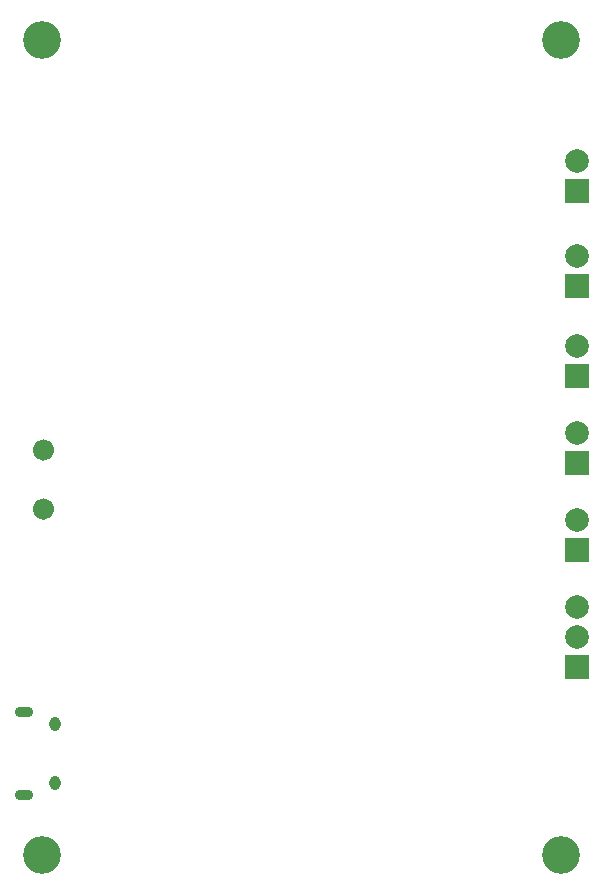
<source format=gbs>
G04 #@! TF.GenerationSoftware,KiCad,Pcbnew,8.0.8*
G04 #@! TF.CreationDate,2025-01-21T11:13:05-05:00*
G04 #@! TF.ProjectId,_HW_ESP32-IsoLink,5f48575f-4553-4503-9332-2d49736f4c69,rev?*
G04 #@! TF.SameCoordinates,Original*
G04 #@! TF.FileFunction,Soldermask,Bot*
G04 #@! TF.FilePolarity,Negative*
%FSLAX46Y46*%
G04 Gerber Fmt 4.6, Leading zero omitted, Abs format (unit mm)*
G04 Created by KiCad (PCBNEW 8.0.8) date 2025-01-21 11:13:05*
%MOMM*%
%LPD*%
G01*
G04 APERTURE LIST*
%ADD10C,0.904000*%
%ADD11R,2.000000X2.000000*%
%ADD12C,2.000000*%
%ADD13C,3.200000*%
%ADD14O,1.550000X0.890000*%
%ADD15O,0.950000X1.250000*%
%ADD16C,1.300000*%
G04 APERTURE END LIST*
D10*
X156027000Y-253699000D02*
G75*
G02*
X155123000Y-253699000I-452000J0D01*
G01*
X155123000Y-253699000D02*
G75*
G02*
X156027000Y-253699000I452000J0D01*
G01*
X156027000Y-258699000D02*
G75*
G02*
X155123000Y-258699000I-452000J0D01*
G01*
X155123000Y-258699000D02*
G75*
G02*
X156027000Y-258699000I452000J0D01*
G01*
D11*
X200764000Y-254767000D03*
D12*
X200764000Y-252227000D03*
D11*
X200764000Y-272034000D03*
D12*
X200764000Y-269494000D03*
X200764000Y-266954000D03*
D11*
X200764000Y-262133000D03*
D12*
X200764000Y-259593000D03*
D13*
X199422200Y-287966600D03*
D11*
X200764000Y-231780000D03*
D12*
X200764000Y-229240000D03*
D14*
X153894000Y-275900000D03*
D15*
X156594000Y-276900000D03*
X156594000Y-281900000D03*
D14*
X153894000Y-282900000D03*
D13*
X155422200Y-287966600D03*
X199422200Y-218966600D03*
X155422200Y-218966600D03*
D11*
X200764000Y-239781000D03*
D12*
X200764000Y-237241000D03*
D16*
X155575000Y-253699000D03*
X155575000Y-258699000D03*
D11*
X200764000Y-247401000D03*
D12*
X200764000Y-244861000D03*
M02*

</source>
